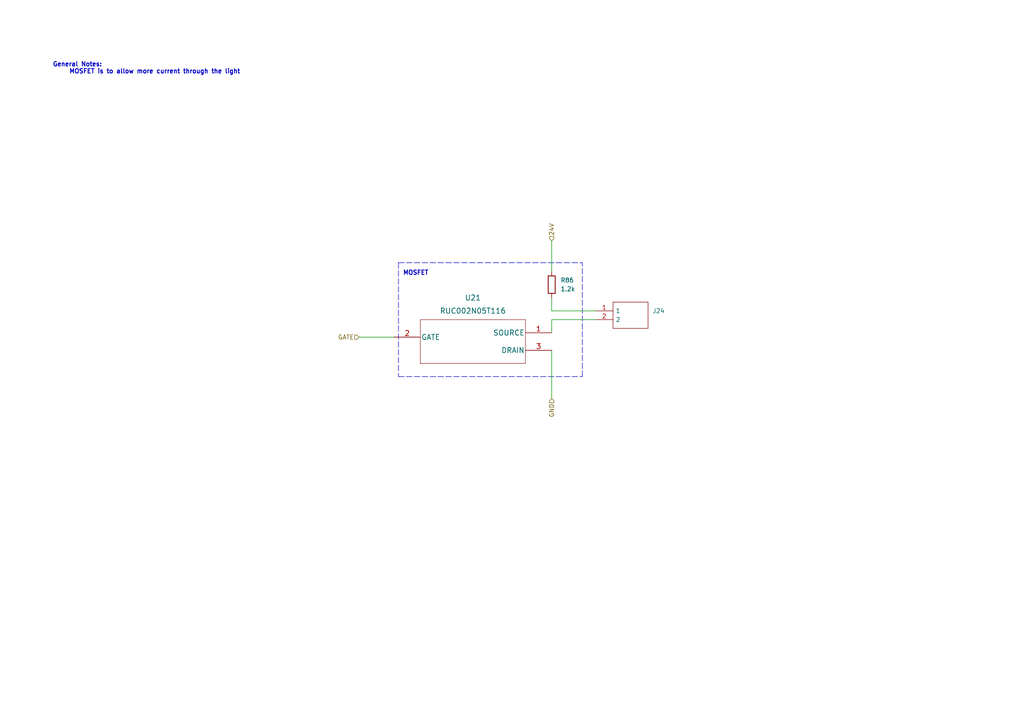
<source format=kicad_sch>
(kicad_sch (version 20211123) (generator eeschema)
  (paper "A4")
  (lib_symbols
    (symbol "Device:R" (pin_numbers hide) (pin_names (offset 0))
      (property "Reference" "R" (at 2.032 0 90))
      (property "Value" "R" (at 0 0 90))
      (symbol "R_0_1"
        (rectangle (start -1.016 -2.54) (end 1.016 2.54) (stroke (width 0.254)))
      )
      (symbol "R_1_1"
        (pin passive line (at 0 3.81 270) (length 1.27) (name "~") (number "1"))
        (pin passive line (at 0 -3.81 90) (length 1.27) (name "~") (number "2"))
      )
    )
    (symbol "OQ0212500000G:OQ0212500000G" (pin_names (offset 0.762))
      (property "Reference" "J" (at 16.51 7.62 0))
      (property "Value" "OQ0212500000G" (at 16.51 5.08 0))
      (symbol "OQ0212500000G_0_0"
        (pin passive line (at 0 0 0) (length 5.08) (name "1") (number "1"))
        (pin passive line (at 0 -2.54 0) (length 5.08) (name "2") (number "2"))
      )
      (symbol "OQ0212500000G_0_1"
        (polyline (pts (xy 5.08 2.54) (xy 15.24 2.54) (xy 15.24 -5.08) (xy 5.08 -5.08) (xy 5.08 2.54)) (stroke (width 0.1524)))
      )
    )
    (symbol "RUC002N05T116:RUC002N05T116" (pin_names (offset 0.254))
      (property "Reference" "U" (at 22.86 10.16 0))
      (property "Value" "RUC002N05T116" (at 22.86 7.62 0))
      (symbol "RUC002N05T116_1_1"
        (polyline (pts (xy 7.62 -7.62) (xy 38.1 -7.62)) (stroke (width 0.127)))
        (polyline (pts (xy 7.62 5.08) (xy 7.62 -7.62)) (stroke (width 0.127)))
        (polyline (pts (xy 38.1 -7.62) (xy 38.1 5.08)) (stroke (width 0.127)))
        (polyline (pts (xy 38.1 5.08) (xy 7.62 5.08)) (stroke (width 0.127)))
        (pin passive line (at 45.72 1.27 180) (length 7.62) (name "SOURCE") (number "1"))
        (pin passive line (at 0 0 0) (length 7.62) (name "GATE") (number "2"))
        (pin passive line (at 45.72 -3.81 180) (length 7.62) (name "DRAIN") (number "3"))
      )
    )
  )
  (wire (pts (xy 160.02 90.17) (xy 160.02 86.36)))
  (polyline (pts (xy 115.57 109.22) (xy 168.91 109.22)))
  (wire (pts (xy 104.14 97.79) (xy 114.3 97.79)))
  (wire (pts (xy 172.72 92.71) (xy 160.02 92.71)))
  (wire (pts (xy 160.02 69.85) (xy 160.02 78.74)))
  (wire (pts (xy 160.02 92.71) (xy 160.02 96.52)))
  (polyline (pts (xy 115.57 76.2) (xy 115.57 109.22)))
  (wire (pts (xy 160.02 101.6) (xy 160.02 115.57)))
  (polyline (pts (xy 168.91 109.22) (xy 168.91 76.2)))
  (polyline (pts (xy 115.57 76.2) (xy 168.91 76.2)))
  (wire (pts (xy 172.72 90.17) (xy 160.02 90.17)))
  (text "MOSFET" (at 116.84 80.01 0) (effects (font (size 1.27 1.27) bold) (justify left bottom)))
  (text "General Notes:\n	MOSFET is to allow more current through the light" (at 15.24 21.59 0) (effects (font (size 1.27 1.27) bold) (justify left bottom)))
  (hierarchical_label "GATE" (shape input) (at 104.14 97.79 180))
  (hierarchical_label "GND" (shape input) (at 160.02 115.57 270))
  (hierarchical_label "24V" (shape input) (at 160.02 69.85 90))
  (symbol (lib_id "OQ0212500000G:OQ0212500000G") (at 172.72 90.17 0) (unit 1)
    (property "Reference" "J24" (at 189.23 90.1699 0) (effects (justify left)))
    (property "Value" "OQ0212500000G" (effects hide))
    (property "Footprint" "OQ0212500000G:OQ0212500000G" (effects hide))
    (property "Datasheet" "https://datasheet.datasheetarchive.com/originals/distributors/DKDS-9/178262.pdf" (effects hide))
    (property "Digikey Part Number" "609-4981-ND" (effects hide))
    (property "Mouser Part Number" "649-220107-C021A01LF" (effects hide))
    (property "Digikey Link" "https://www.digikey.com/en/products/detail/amphenol-anytek/OQ0212500000G/4242016" (effects hide))
    (property "Mouser Link" "https://www.mouser.com/ProductDetail/Amphenol-Anytek/OQ0212500000G?qs=Mv7BduZupUhn3/Ke8nJdbQ%3D%3D" (effects hide))
    (property "Manufacturer's Part Number" "OQ0212500000G" (effects hide))
  )
  (symbol (lib_id "RUC002N05T116:RUC002N05T116") (at 114.3 97.79 0) (unit 1)
    (property "Reference" "U21" (at 137.16 86.36 0) (effects (font (size 1.524 1.524))))
    (property "Value" "RUC002N05T116" (at 137.16 90.17 0) (effects (font (size 1.524 1.524))))
    (property "Footprint" "SOT23-3_ROM" (effects hide))
    (property "Datasheet" "https://fscdn.rohm.com/en/products/databook/datasheet/discrete/transistor/mosfet/ruc002n05t116-e.pdf" (effects hide))
    (property "Digikey Part Number" "RUC002N05T116DKR-ND" (effects hide))
    (property "Mouser Part Number" "755-RUC002N05T116" (effects hide))
    (property "Digikey Link" "https://www.digikey.com/en/products/detail/rohm-semiconductor/RUC002N05T116/4004578" (effects hide))
    (property "Mouser Link" "https://www.mouser.com/ProductDetail/ROHM-Semiconductor/RUC002N05T116?qs=QcFhgjUTvvohwn8zGzFgTQ%3D%3D" (effects hide))
    (property "Manufacturer's Part Number" "RUC002N05T116" (effects hide))
  )
  (symbol (lib_id "Device:R") (at 160.02 82.55 0) (unit 1)
    (property "Reference" "R86" (at 162.56 81.2799 0) (effects (justify left)))
    (property "Value" "1.2k" (at 162.56 83.8199 0) (effects (justify left)))
    (property "Footprint" "Resistor_THT:R_Axial_DIN0207_L6.3mm_D2.5mm_P10.16mm_Horizontal" (effects hide))
    (property "Digikey Link" "FUN Kit" (effects hide))
    (property "Digikey Part Number" "FUN Kit" (effects hide))
    (property "Manufacturer's Part Number" "FUN Kit" (effects hide))
    (property "Mouser Link" "FUN Kit" (effects hide))
  )
)
</source>
